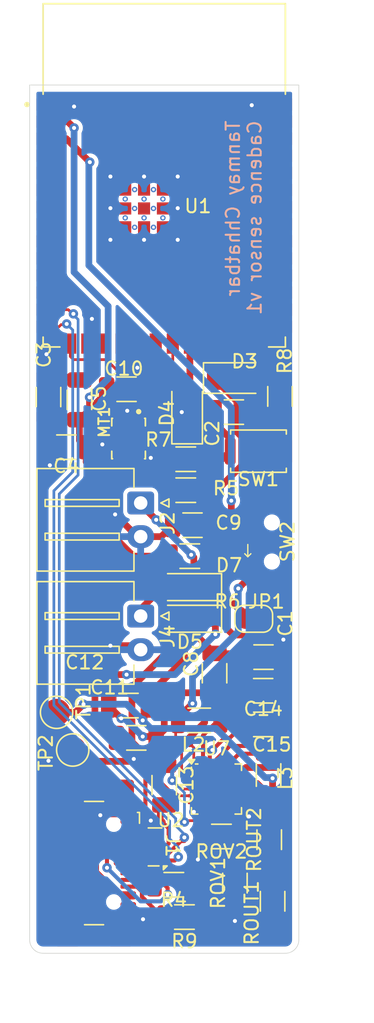
<source format=kicad_pcb>
(kicad_pcb (version 20240108) (generator "pcbnew") (generator_version "8.0")
  (layers (0 "F.Cu" signal) (31 "B.Cu" power) (34 "B.Paste" user) (35 "F.Paste" user) (36 "B.SilkS" user "B.Silkscreen") (37 "F.SilkS" user "F.Silkscreen") (38 "B.Mask" user) (39 "F.Mask" user) (44 "Edge.Cuts" user))
  (net 0 "")
  (net 1 "GND")
  (net 2 "+BATT")
  (net 3 "Net-(C2-Pad1)")
  (net 4 "Net-(C11-Pad2)")
  (net 5 "Net-(SW2-A)")
  (net 6 "Net-(D5-K)")
  (net 7 "+3V3")
  (net 8 "Net-(U7-VREF_SAMP)")
  (net 9 "Net-(U7-VOC_SAMP)")
  (net 10 "Net-(D3-K)")
  (net 11 "/LED_G")
  (net 12 "/LED_R")
  (net 13 "Net-(D4-K)")
  (net 14 "+5VUSB")
  (net 15 "Net-(D7-K)")
  (net 16 "+SOL")
  (net 17 "/USB_D+")
  (net 18 "Net-(J1-CC2)")
  (net 22 "Net-(J1-CC1)")
  (net 25 "/USB_D-")
  (net 27 "Net-(U7-LBOOST)")
  (net 28 "Net-(U7-LBUCK)")
  (net 29 "/SPI_CS")
  (net 31 "/ACC_INT")
  (net 32 "/SPI_SDI_D_MOSI")
  (net 33 "/SPI_SD0_Q_MISO")
  (net 34 "/SPI_SPC")
  (net 35 "/BOOT")
  (net 36 "Net-(U7-VOUT_SET)")
  (net 37 "Net-(U7-VRDIV)")
  (net 38 "Net-(U7-VBAT_OV)")
  (net 55 "Net-(U2-D2-)")
  (net 56 "Net-(U1-EN)")
  (footprint "Diode_SMD:D_1206_3216Metric" (layer "F.Cu") (at 51.7 69.37 90)
    (property "Reference" "D4")
    (property "Value" "LED_R")
  )
  (footprint "Diode_SMD:D_1206_3216Metric" (layer "F.Cu") (at 55.2 66.77)
    (property "Reference" "D3")
    (property "Value" "LED_G")
  )
  (footprint "Resistor_SMD:R_1206_3216Metric" (layer "F.Cu") (at 58.05 105.6375 90)
    (property "Reference" "ROUT1")
    (property "Value" "4M7")
  )
  (footprint "Inductor_SMD:L_1206_3216Metric" (layer "F.Cu") (at 57.75 96.26 -90)
    (property "Reference" "L3")
    (property "Value" "4.7uH")
  )
  (footprint "Button_Switch_SMD:SW_Push_SPST_NO_Alps_SKRK" (layer "F.Cu") (at 57 72.2)
    (property "Reference" "SW1")
    (property "Value" "SW_Push")
  )
  (footprint "Capacitor_SMD:C_1206_3216Metric" (layer "F.Cu") (at 43.7 68.39 90)
    (property "Reference" "C5")
    (property "Value" "0.01uF")
  )
  (footprint "Capacitor_SMD:C_1206_3216Metric" (layer "F.Cu") (at 47.2 67.6)
    (property "Reference" "C10")
    (property "Value" "22uF")
  )
  (footprint "Capacitor_SMD:C_1206_3216Metric" (layer "F.Cu") (at 57.375 87.5)
    (property "Reference" "C1")
    (property "Value" "1uF")
  )
  (footprint "Resistor_SMD:R_1206_3216Metric" (layer "F.Cu") (at 54.25 100.825 180)
    (property "Reference" "ROV2")
    (property "Value" "8M2")
  )
  (footprint "Resistor_SMD:R_1206_3216Metric" (layer "F.Cu") (at 51.9 80 180)
    (property "Reference" "R6")
    (property "Value" "10K")
  )
  (footprint "switch:switch-MSK-12C02-smd" (layer "F.Cu") (at 59.35 78.95 180)
    (property "Reference" "SW2")
    (property "Value" "SW_PWR")
  )
  (footprint "Diode_SMD:D_SOD-123" (layer "F.Cu") (at 51.9 82.3 180)
    (property "Reference" "D7")
    (property "Value" "D_Schottky")
  )
  (footprint "ICM_42670_P:XDCR_ICM-42670-P" (layer "F.Cu") (at 47.35 71.2625 -90)
    (property "Reference" "MT1")
    (property "Value" "ICM-42670-P")
  )
  (footprint "Resistor_SMD:R_1206_3216Metric" (layer "F.Cu") (at 55.25 104.2875 -90)
    (property "Reference" "ROV1")
    (property "Value" "5M1")
  )
  (footprint "Capacitor_SMD:C_1206_3216Metric" (layer "F.Cu") (at 47.35 91.1)
    (property "Reference" "C12")
    (property "Value" "22uF")
  )
  (footprint "Capacitor_SMD:C_1206_3216Metric" (layer "F.Cu") (at 41.4 68.18 90)
    (property "Reference" "C3")
    (property "Value" "2.2uF")
  )
  (footprint "Resistor_SMD:R_1206_3216Metric" (layer "F.Cu") (at 51.6 75.1)
    (property "Reference" "R5")
    (property "Value" "15R")
  )
  (footprint "Resistor_SMD:R_1206_3216Metric" (layer "F.Cu") (at 51.6 72.8 180)
    (property "Reference" "R7")
    (property "Value" "68R")
  )
  (footprint "Capacitor_SMD:C_1206_3216Metric" (layer "F.Cu") (at 53.7375 88.7 90)
    (property "Reference" "C8")
    (property "Value" "100uF")
  )
  (footprint "Capacitor_SMD:C_1206_3216Metric" (layer "F.Cu") (at 42.725 71.905 180)
    (property "Reference" "C4")
    (property "Value" "0.1uF")
  )
  (footprint "Capacitor_SMD:C_1206_3216Metric" (layer "F.Cu") (at 57.35 92.5 180)
    (property "Reference" "C15")
    (property "Value" "0.1uF")
  )
  (footprint "TestPoint:TestPoint_Pad_D2.0mm" (layer "F.Cu") (at 43.2 94.4 -90)
    (property "Reference" "TP2")
    (property "Value" "GND")
  )
  (footprint "Resistor_SMD:R_1206_3216Metric" (layer "F.Cu") (at 58.6 68.1325 90)
    (property "Reference" "R8")
    (property "Value" "1K")
  )
  (footprint "Resistor_SMD:R_1206_3216Metric" (layer "F.Cu") (at 51.5 106.81)
    (property "Reference" "R9")
    (property "Value" "5K1")
  )
  (footprint "Capacitor_SMD:C_1206_3216Metric" (layer "F.Cu") (at 52.1 77.7 180)
    (property "Reference" "C9")
    (property "Value" "1uF")
  )
  (footprint "Inductor_SMD:L_1206_3216Metric" (layer "F.Cu") (at 52.6 92.2)
    (property "Reference" "L2")
    (property "Value" "22uH")
  )
  (footprint "Diode_SMD:D_SOD-123" (layer "F.Cu") (at 51.9 84.65 180)
    (property "Reference" "D5")
    (property "Value" "D_Schottky")
  )
  (footprint "Connector_JST:JST_XH_S2B-XH-A-1_1x02_P2.50mm_Horizontal" (layer "F.Cu") (at 48.25 76.05 -90)
    (property "Reference" "J2")
    (property "Value" "JST_BATT")
  )
  (footprint "Resistor_SMD:R_1206_3216Metric" (layer "F.Cu") (at 57.8 101.0625 -90)
    (property "Reference" "ROUT2")
    (property "Value" "8M2")
  )
  (footprint "Jumper:SolderJumper-2_P1.3mm_Open_RoundedPad1.0x1.5mm" (layer "F.Cu") (at 56.65 84.65)
    (property "Reference" "JP1")
    (property "Value" "SOL")
  )
  (footprint "Connector_USB:USB_C_Receptacle_GCT_USB4110" (layer "F.Cu") (at 43.645 102.8 -90)
    (property "Reference" "J1")
    (property "Value" "USB_C_Receptacle_USB2.0_16P")
  )
  (footprint "Connector_JST:JST_XH_S2B-XH-A-1_1x02_P2.50mm_Horizontal" (layer "F.Cu") (at 48.25 84.45 -90)
    (property "Reference" "J4")
    (property "Value" "JST_SOL")
  )
  (footprint "ESP32_S3_WROOM_1_N4:XCVR_ESP32-S3-WROOM-1-N4" (layer "F.Cu") (at 50 51.71)
    (property "Reference" "U1")
    (property "Value" "ESP32-S3-WROOM-1-N4")
  )
  (footprint "Capacitor_SMD:C_1206_3216Metric" (layer "F.Cu") (at 47.925 93.5)
    (property "Reference" "C11")
    (property "Value" "4.7uF")
  )
  (footprint "Capacitor_SMD:C_1206_3216Metric" (layer "F.Cu") (at 55.175 69.3 180)
    (property "Reference" "C2")
    (property "Value" "0.1uF")
  )
  (footprint "Capacitor_SMD:C_1206_3216Metric" (layer "F.Cu") (at 57.35 90 180)
    (property "Reference" "C14")
    (property "Value" "4.7uF")
  )
  (footprint "Capacitor_SMD:C_1206_3216Metric" (layer "F.Cu") (at 50 97.01 90)
    (property "Reference" "C13")
    (property "Value" ".01uF")
  )
  (footprint "TestPoint:TestPoint_Pad_D2.0mm" (layer "F.Cu") (at 42 91.6 -90)
    (property "Reference" "TP1")
    (property "Value" "3V3")
  )
  (footprint "Package_DFN_QFN:QFN-20-1EP_3.5x3.5mm_P0.5mm_EP2x2mm" (layer "F.Cu") (at 53.88125 97.3)
    (property "Reference" "U7")
    (property "Value" "BQ25570")
  )
  (footprint "Package_SON:USON-10_2.5x1.0mm_P0.5mm" (layer "F.Cu") (at 49.315 101.6 180)
    (property "Reference" "U2")
    (property "Value" "TPD4E05U06DQA")
  )
  (footprint "Resistor_SMD:R_1206_3216Metric" (layer "F.Cu") (at 50.7125 104.41)
    (property "Reference" "R4")
    (property "Value" "5K1")
  )
  (gr_line (start 41 109.5) (end 59 109.5) (stroke (width 0.05)) (layer "Edge.Cuts"))
  (gr_arc (start 60 108.5) (mid 59.707107 109.207107) (end 59 109.5) (stroke (width 0.05)) (layer "Edge.Cuts"))
  (gr_arc (start 41 109.5) (mid 40.292893 109.207107) (end 40 108.5) (stroke (width 0.05)) (layer "Edge.Cuts"))
  (gr_line (start 60 45) (end 40 45) (stroke (width 0.05)) (layer "Edge.Cuts"))
  (gr_line (start 60 108.5) (end 60 45) (stroke (width 0.05)) (layer "Edge.Cuts"))
  (gr_line (start 40 45) (end 40 108.5) (stroke (width 0.05)) (layer "Edge.Cuts"))
  (gr_text "Tanmay Chhatbar\nCadence sensor v1" (at 57.3 47.55 90) (layer "B.SilkS") (effects (font (size 1 1)) (justify left bottom mirror)))
  (gr_text "↓" (at 55.4 80.2 0) (layer "F.SilkS") (effects (font (size 1.2 1.2) (thickness 0.1)) (justify left bottom)))
  (gr_text "SW2" (at 59.16 78.92 90) (layer "F.SilkS") (effects (font (size 1 1))))
  (segment (start 47.769669 95.030331) (end 47.556727 95.243273) (width 0.5) (layer "F.Cu") (net 1))
  (segment (start 43.3 46.6) (end 43.15 46.45) (width 0.5) (layer "F.Cu") (net 1))
  (segment (start 43.7 66.915) (end 43.49 66.705) (width 0.5) (layer "F.Cu") (net 1))
  (segment (start 56.55 46.45) (end 56.5 46.5) (width 0.5) (layer "F.Cu") (net 1))
  (segment (start 50.6 75.1) (end 52.6 73.1) (width 0.5) (layer "F.Cu") (net 1))
  (segment (start 58.85 87.965) (end 58.85 86.2) (width 0.5) (layer "F.Cu") (net 1))
  (segment (start 53.0625 72.8) (end 54.3 72.8) (width 0.5) (layer "F.Cu") (net 1))
  (segment (start 48.675 67.6) (end 48.675 66.675) (width 0.5) (layer "F.Cu") (net 1))
  (segment (start 49.9 52.77) (end 49.9 52.75) (width 0.5) (layer "F.Cu") (net 1))
  (segment (start 44.285 62.715) (end 44.285 64.21) (width 0.5) (layer "F.Cu") (net 1))
  (segment (start 50.325 101.35312) (end 50.325 100.22) (width 0.3) (layer "F.Cu") (net 1))
  (segment (start 47.1 70.1) (end 47.1 69.35) (width 0.2) (layer "F.Cu") (net 1))
  (segment (start 55.25 106.6) (end 54.75 107.1) (width 0.5) (layer "F.Cu") (net 1))
  (segment (start 43.49 66.705) (end 41.4 66.705) (width 0.5) (layer "F.Cu") (net 1))
  (segment (start 53.3625 107.1) (end 52.9625 106.7) (width 0.5) (layer "F.Cu") (net 1))
  (segment (start 56.06625 99.335) (end 56.3 99.335) (width 0.5) (layer "F.Cu") (net 1))
  (segment (start 47.1 69.35) (end 47.25 69.2) (width 0.2) (layer "F.Cu") (net 1))
  (segment (start 47.1 70.1) (end 47.6 70.1) (width 0.2) (layer "F.Cu") (net 1))
  (segment (start 52.175 102.86) (end 52.5 102.535) (width 0.3) (layer "F.Cu") (net 1))
  (segment (start 47.46005 106.01) (end 47.325 106.01) (width 0.5) (layer "F.Cu") (net 1))
  (segment (start 55.25 106.6) (end 55.75 107.1) (width 0.5) (layer "F.Cu") (net 1))
  (segment (start 44.625 62.375) (end 44.285 62.715) (width 0.5) (layer "F.Cu") (net 1))
  (segment (start 47.95 86.65) (end 48.25 86.95) (width 0.5) (layer "F.Cu") (net 1))
  (segment (start 55.25 107.1) (end 58.05 107.1) (width 0.5) (layer "F.Cu") (net 1))
  (segment (start 47.1 54.17) (end 46.08 54.17) (width 0.5) (layer "F.Cu") (net 1))
  (segment (start 48.5 55.57) (end 48.5 56.5) (width 0.5) (layer "F.Cu") (net 1))
  (segment (start 49.9 54.17) (end 50.98 54.17) (width 0.5) (layer "F.Cu") (net 1))
  (segment (start 50.625 77.7) (end 49.775 78.55) (width 0.5) (layer "F.Cu") (net 1))
  (segment (start 55.56875 98.3) (end 55.56875 98.8375) (width 0.3) (layer "F.Cu") (net 1))
  (segment (start 45.4 71.7) (end 45.8375 71.2625) (width 0.2) (layer "F.Cu") (net 1))
  (segment (start 49.65 99.645) (end 49.7 99.595) (width 0.5) (layer "F.Cu") (net 1))
  (segment (start 48.675 66.675) (end 48 66) (width 0.5) (layer "F.Cu") (net 1))
  (segment (start 49 99.645) (end 49.65 99.645) (width 0.5) (layer "F.Cu") (net 1))
  (segment (start 52.175 104.3) (end 52.175 105.9125) (width 0.5) (layer "F.Cu") (net 1))
  (segment (start 50.07812 101.6) (end 50.325 101.35312) (width 0.3) (layer "F.Cu") (net 1))
  (segment (start 46.93 55.57) (end 47.1 55.57) (width 0.5) (layer "F.Cu") (net 1))
  (segment (start 49.7 98.485) (end 49.7 99.595) (width 0.5) (layer "F.Cu") (net 1))
  (segment (start 48.1 72.3) (end 47.6 72.3) (width 0.2) (layer "F.Cu") (net 1))
  (segment (start 40.975 72.725) (end 40.975 71.61) (width 0.5) (layer "F.Cu") (net 1))
  (segment (start 50.325 100.22) (end 49.8525 99.7475) (width 0.3) (layer "F.Cu") (net 1))
  (segment (start 50.98 54.17) (end 51 54.15) (width 0.5) (layer "F.Cu") (net 1))
  (segment (start 41.5 73.25) (end 40.975 72.725) (width 0.5) (layer "F.Cu") (net 1))
  (segment (start 58.05 107.1) (end 55.75 107.1) (width 0.5) (layer "F.Cu") (net 1))
  (segment (start 49.8525 99.7475) (end 49.75 99.645) (width 0.3) (layer "F.Cu") (net 1))
  (segment (start 48.93 101.6) (end 49.7 101.6) (width 0.3) (layer "F.Cu") (net 1))
  (segment (start 47.769669 95.030331) (end 47.734314 95.065686) (width 0.5) (layer "F.Cu") (net 1))
  (segment (start 55.71875 98.9875) (end 55.73125 99) (width 0.3) (layer "F.Cu") (net 1))
  (segment (start 48.225 72.425) (end 48.1 72.3) (width 0.2) (layer "F.Cu") (net 1))
  (segment (start 49 72.7) (end 48.725 72.425) (width 0.2) (layer "F.Cu") (net 1))
  (segment (start 55.25 107.1) (end 54.75 107.1) (width 0.5) (layer "F.Cu") (net 1))
  (segment (start 46 86.65) (end 47.95 86.65) (width 0.5) (layer "F.Cu") (net 1))
  (segment (start 52.93483 69.3) (end 51.3 69.3) (width 0.5) (layer "F.Cu") (net 1))
  (segment (start 54.88125 98.9875) (end 55.71875 98.9875) (width 0.3) (layer "F.Cu") (net 1))
  (segment (start 41.4 66.705) (end 41.25 66.555) (width 0.5) (layer "F.Cu") (net 1))
  (segment (start 52.19375 98.99375) (end 52.2 99) (width 0.2) (layer "F.Cu") (net 1))
  (segment (start 47.7 78.25) (end 46.35 76.9) (width 0.5) (layer "F.Cu") (net 1))
  (segment (start 54.3 72.8) (end 54.9 72.2) (width 0.5) (layer "F.Cu") (net 1))
  (segment (start 49.775 78.55) (end 48.25 78.55) (width 0.5) (layer "F.Cu") (net 1))
  (segment (start 46.1 56.55) (end 46.1 56.4) (width 0.5) (layer "F.Cu") (net 1))
  (segment (start 52.175 105.9125) (end 52.9625 106.7) (width 0.5) (layer "F.Cu") (net 1))
  (segment (start 55.25 107.1) (end 55.5 107.1) (width 0.5) (layer "F.Cu") (net 1))
  (segment (start 54.9 71.26517) (end 52.93483 69.3) (width 0.5) (layer "F.Cu") (net 1))
  (segment (start 47.1 52.77) (end 46.23 51.9) (width 0.5) (layer "F.Cu") (net 1))
  (segment (start 54.75 107.1) (end 53.3625 107.1) (width 0.5) (layer "F.Cu") (net 1))
  (segment (start 43.15 46.45) (end 41.05 46.45) (width 0.5) (layer "F.Cu") (net 1))
  (segment (start 47.556727 95.243273) (end 44.043273 95.243273) (width 0.5) (layer "F.Cu") (net 1))
  (segment (start 48.25 78.25) (end 47.7 78.25) (width 0.5) (layer "F.Cu") (net 1))
  (segment (start 55.56875 98.8375) (end 56.06625 99.335) (width 0.5) (layer "F.Cu") (net 1))
  (segment (start 50.02 55.57) (end 49.9 55.57) (width 0.5) (layer "F.Cu") (net 1))
  (segment (start 42.2 94.4) (end 41.4 95.2) (width 0.5) (layer "F.Cu") (net 1))
  (segment (start 46.1 56.4) (end 46.93 55.57) (width 0.5) (layer "F.Cu") (net 1))
  (segment (start 55.56875 98.8375) (end 55.73125 99) (width 0.3) (layer "F.Cu") (net 1))
  (segment (start 47.325 99.695) (end 46.875 99.245) (width 0.3) (layer "F.Cu") (net 1))
  (segment (start 48.5 52.77) (end 48.5 51.85) (width 0.5) (layer "F.Cu") (net 1))
  (segment (start 54.9 72.37) (end 54.9 71.26517) (width 0.5) (layer "F.Cu") (net 1))
  (segment (start 45.8375 71.2625) (end 46.4375 71.2625) (width 0.2) (layer "F.Cu") (net 1))
  (segment (start 55.25 105.75) (end 55.25 106.6) (width 0.5) (layer "F.Cu") (net 1))
  (segment (start 50.1375 75.1) (end 50.6 75.1) (width 0.5) (layer "F.Cu") (net 1))
  (segment (start 46.875 99.245) (end 45.25 99.245) (width 0.3) (layer "F.Cu") (net 1))
  (segment (start 51.05 56.6) (end 50.02 55.57) (width 0.5) (layer "F.Cu") (net 1))
  (segment (start 49.7 101.6) (end 50.07812 101.6) (width 0.3) (layer "F.Cu") (net 1))
  (segment (start 43.2 94.4) (end 42.2 94.4) (width 0.5) (layer "F.Cu") (net 1))
  (segment (start 49.7 99.595) (end 49.8525 99.7475) (width 0.5) (layer "F.Cu") (net 1))
  (segment (start 55.5 107.1) (end 54.75 107.1) (width 0.5) (layer "F.Cu") (net 1))
  (segment (start 46.08 54.17) (end 46.05 54.2) (width 0.5) (layer "F.Cu") (net 1))
  (segment (start 52.19375 98.3) (end 52.19375 98.99375) (width 0.2) (layer "F.Cu") (net 1))
  (segment (start 49.9 52.75) (end 50.95 51.7) (width 0.5) (layer "F.Cu") (net 1))
  (segment (start 55.75 107.1) (end 55.5 107.1) (width 0.5) (layer "F.Cu") (net 1))
  (segment (start 41.25 66.555) (end 41.25 65) (width 0.5) (layer "F.Cu") (net 1))
  (segment (start 46.4375 71.2625) (end 46.4375 71.7625) (width 0.2) (layer "F.Cu") (net 1))
  (segment (start 44.043273 95.243273) (end 43.2 94.4) (width 0.5) (layer "F.Cu") (net 1))
  (segment (start 48.725 72.425) (end 48.225 72.425) (width 0.2) (layer "F.Cu") (net 1))
  (segment (start 52.175 104.3) (end 52.175 102.86) (width 0.3) (layer "F.Cu") (net 1))
  (segment (start 46.23 51.9) (end 46 51.9) (width 0.5) (layer "F.Cu") (net 1))
  (segment (start 48.422525 106.972475) (end 47.46005 106.01) (width 0.5) (layer "F.Cu") (net 1))
  (segment (start 58.55 46.45) (end 56.55 46.45) (width 0.5) (layer "F.Cu") (net 1))
  (via (at 46.35 76.9) (size 0.7) (drill 0.3) (layers "F.Cu" "B.Cu") (net 1))
  (via (at 47.734314 95.065686) (size 0.7) (drill 0.3) (layers "F.Cu" "B.Cu") (net 1))
  (via (at 46 54.15) (size 0.7) (drill 0.3) (layers "F.Cu" "B.Cu") (net 1))
  (via (at 56.3 99.335) (size 0.7) (drill 0.3) (layers "F.Cu" "B.Cu") (net 1))
  (via (at 41.5 73.25) (size 0.7) (drill 0.3) (layers "F.Cu" "B.Cu") (net 1))
  (via (at 48.422525 106.972475) (size 0.7) (drill 0.3) (layers "F.Cu" "B.Cu") (net 1))
  (via (at 52.2 99) (size 0.7) (drill 0.3) (layers "F.Cu" "B.Cu") (net 1))
  (via (at 51 56.5) (size 0.7) (drill 0.3) (layers "F.Cu" "B.Cu") (net 1))
  (via (at 46 56.5) (size 0.7) (drill 0.3) (layers "F.Cu" "B.Cu") (net 1))
  (via (at 45.25 99.245) (size 0.7) (drill 0.3) (layers "F.Cu" "B.Cu") (net 1))
  (via (at 55.25 107.1) (size 0.7) (drill 0.3) (layers "F.Cu" "B.Cu") (net 1))
  (via (at 41.25 65) (size 0.7) (drill 0.3) (layers "F.Cu" "B.Cu") (net 1))
  (via (at 43.3 46.6) (size 0.7) (drill 0.3) (layers "F.Cu" "B.Cu") (net 1))
  (via (at 52.5 102.535) (size 0.7) (drill 0.3) (layers "F.Cu" "B.Cu") (net 1))
  (via (at 41.4 95.2) (size 0.7) (drill 0.3) (layers "F.Cu" "B.Cu") (net 1))
  (via (at 48.5 51.8) (size 0.7) (drill 0.3) (layers "F.Cu" "B.Cu") (net 1))
  (via (at 51.3 69.3) (size 0.7) (drill 0.3) (layers "F.Cu" "B.Cu") (net 1))
  (via (at 49 72.7) (size 0.7) (drill 0.3) (layers "F.Cu" "B.Cu") (net 1))
  (via (at 49 99.645) (size 0.7) (drill 0.3) (layers "F.Cu" "B.Cu") (net 1))
  (via (at 58.85 86.2) (size 0.7) (drill 0.3) (layers "F.Cu" "B.Cu") (net 1))
  (via (at 46 51.8) (size 0.7) (drill 0.3) (layers "F.Cu" "B.Cu") (net 1))
  (via (at 48.5 56.5) (size 0.7) (drill 0.3) (layers "F.Cu" "B.Cu") (net 1))
  (via (at 51 54.15) (size 0.7) (drill 0.3) (layers "F.Cu" "B.Cu") (net 1))
  (via (at 47.25 69.2) (size 0.7) (drill 0.3) (layers "F.Cu" "B.Cu") (net 1))
  (via (at 44.625 62.375) (size 0.7) (drill 0.3) (layers "F.Cu" "B.Cu") (net 1))
  (via (at 45.4 71.7) (size 0.7) (drill 0.3) (layers "F.Cu" "B.Cu") (net 1))
  (via (at 46 86.65) (size 0.7) (drill 0.3) (layers "F.Cu" "B.Cu") (net 1))
  (via (at 51 51.8) (size 0.7) (drill 0.3) (layers "F.Cu" "B.Cu") (net 1))
  (via (at 48 66) (size 0.7) (drill 0.3) (layers "F.Cu" "B.Cu") (net 1))
  (via (at 56.5 46.5) (size 0.7) (drill 0.3) (layers "F.Cu" "B.Cu") (net 1))
  (segment (start 53.7625 87.25) (end 55.215 87.25) (width 0.5) (layer "F.Cu") (net 2))
  (segment (start 55.215 87.25) (end 55.775 87.81) (width 0.5) (layer "F.Cu") (net 2))
  (segment (start 56.45 94.1) (end 54.871154 94.1) (width 0.3) (layer "F.Cu") (net 2))
  (segment (start 48.25 76.15) (end 49.4 77.3) (width 0.5) (layer "F.Cu") (net 2))
  (segment (start 52 79.9) (end 52.2 80.1) (width 0.5) (layer "F.Cu") (net 2))
  (segment (start 57.25 88.85) (end 57.25 93.3) (width 0.3) (layer "F.Cu") (net 2))
  (segment (start 52.2 85.6875) (end 53.7375 87.225) (width 0.5) (layer "F.Cu") (net 2))
  (segment (start 53.7375 87.225) (end 53.7625 87.25) (width 0.5) (layer "F.Cu") (net 2))
  (segment (start 57.25 93.3) (end 56.45 94.1) (width 0.3) (layer "F.Cu") (net 2))
  (segment (start 54.871154 94.1) (end 53.88125 95.089904) (width 0.3) (layer "F.Cu") (net 2))
  (segment (start 53.88125 95.089904) (end 53.88125 95.6125) (width 0.3) (layer "F.Cu") (net 2))
  (segment (start 52.2 80.1) (end 52.2 85.6875) (width 0.5) (layer "F.Cu") (net 2))
  (segment (start 48.25 76.05) (end 48.25 76.15) (width 0.5) (layer "F.Cu") (net 2))
  (segment (start 55.9 87.5) (end 57.25 88.85) (width 0.3) (layer "F.Cu") (net 2))
  (via (at 49.4 77.3) (size 0.7) (drill 0.3) (layers "F.Cu" "B.Cu") (net 2))
  (via (at 52 79.9) (size 0.7) (drill 0.3) (layers "F.Cu" "B.Cu") (net 2))
  (segment (start 52 79.9) (end 49.4 77.3) (width 0.5) (layer "B.Cu") (net 2))
  (segment (start 56.4 69.67) (end 58.325 69.67) (width 0.5) (layer "F.Cu") (net 3))
  (segment (start 58.325 69.67) (end 58.4 69.595) (width 0.5) (layer "F.Cu") (net 3))
  (segment (start 58.8 69.995) (end 58.4 69.595) (width 0.5) (layer "F.Cu") (net 3))
  (segment (start 58.8 72.67) (end 58.8 69.995) (width 0.5) (layer "F.Cu") (net 3))
  (segment (start 50 91.078122) (end 50 92.9) (width 0.5) (layer "F.Cu") (net 4))
  (segment (start 55.56875 96.3) (end 55.51875 96.35) (width 0.2) (layer "F.Cu") (net 4))
  (segment (start 54.83125 96.35) (end 53.88125 97.3) (width 0.2) (layer "F.Cu") (net 4))
  (segment (start 54.38125 97.8) (end 53.88125 97.3) (width 0.3) (layer "F.Cu") (net 4))
  (segment (start 50 92.9) (end 49.4 93.5) (width 0.5) (layer "F.Cu") (net 4))
  (segment (start 51.9 93.935) (end 52.19375 94.22875) (width 0.2) (layer "F.Cu") (net 4))
  (segment (start 45.875 91.127544) (end 46.85 92.102544) (width 0.5) (layer "F.Cu") (net 4))
  (segment (start 53.88125 97.3) (end 54.38125 96.8) (width 0.2) (layer "F.Cu") (net 4))
  (segment (start 50.928122 90.15) (end 50 91.078122) (width 0.5) (layer "F.Cu") (net 4))
  (segment (start 53.7375 90.490622) (end 53 91.228122) (width 0.5) (layer "F.Cu") (net 4))
  (segment (start 59.2 95.53125) (end 59.2 92.875) (width 0.5) (layer "F.Cu") (net 4))
  (segment (start 53.7375 90.175) (end 53.7125 90.15) (width 0.5) (layer "F.Cu") (net 4))
  (segment (start 52.93125 96.35) (end 53.88125 97.3) (width 0.2) (layer "F.Cu") (net 4))
  (segment (start 53.7125 90.15) (end 50.928122 90.15) (width 0.5) (layer "F.Cu") (net 4))
  (segment (start 51.9 93.451472) (end 51.9 93.935) (width 0.5) (layer "F.Cu") (net 4))
  (segment (start 52.19375 94.22875) (end 52.19375 96.3) (width 0.2) (layer "F.Cu") (net 4))
  (segment (start 55.51875 96.35) (end 54.83125 96.35) (width 0.2) (layer "F.Cu") (net 4))
  (segment (start 56.06875 95.7) (end 59.03125 95.7) (width 0.5) (layer "F.Cu") (net 4))
  (segment (start 53 91.228122) (end 53 92.351472) (width 0.5) (layer "F.Cu") (net 4))
  (segment (start 46.852544 92.102544) (end 46.8 92.05) (width 0.5) (layer "F.Cu") (net 4))
  (segment (start 48.4 93.4) (end 49.3 93.4) (width 0.5) (layer "F.Cu") (net 4))
  (segment (start 55.56875 96.2) (end 56.06875 95.7) (width 0.5) (layer "F.Cu") (net 4))
  (segment (start 59.03125 95.7) (end 59.2 95.53125) (width 0.5) (layer "F.Cu") (net 4))
  (segment (start 59.2 92.875) (end 58.825 92.5) (width 0.5) (layer "F.Cu") (net 4))
  (segment (start 58.825 90) (end 58.825 92.5) (width 0.5) (layer "F.Cu") (net 4))
  (segment (start 46.85 92.102544) (end 46.852544 92.102544) (width 0.5) (layer "F.Cu") (net 4))
  (segment (start 52.24375 96.35) (end 52.93125 96.35) (width 0.2) (layer "F.Cu") (net 4))
  (segment (start 45.875 91.1) (end 45.875 91.127544) (width 0.5) (layer "F.Cu") (net 4))
  (segment (start 54.38125 96.8) (end 54.38125 95.6125) (width 0.2) (layer "F.Cu") (net 4))
  (segment (start 53.7375 90.175) (end 53.7375 90.490622) (width 0.5) (layer "F.Cu") (net 4))
  (segment (start 53 92.351472) (end 51.9 93.451472) (width 0.5) (layer "F.Cu") (net 4))
  (segment (start 49.3 93.4) (end 49.4 93.5) (width 0.5) (layer "F.Cu") (net 4))
  (segment (start 52.19375 96.3) (end 52.24375 96.35) (width 0.2) (layer "F.Cu") (net 4))
  (segment (start 54.38125 98.9875) (end 54.38125 97.8) (width 0.3) (layer "F.Cu") (net 4))
  (via (at 48.4 93.4) (size 0.7) (drill 0.3) (layers "F.Cu" "B.Cu") (net 4))
  (via (at 46.8 92.05) (size 0.7) (drill 0.3) (layers "F.Cu" "B.Cu") (net 4))
  (segment (start 46.8 92.05) (end 47.05 92.05) (width 0.5) (layer "B.Cu") (net 4))
  (segment (start 46.85 92.102544) (end 46.8 92.052544) (width 0.5) (layer "B.Cu") (net 4))
  (segment (start 46.8 92.052544) (end 46.8 92.05) (width 0.5) (layer "B.Cu") (net 4))
  (segment (start 47.05 92.05) (end 48.4 93.4) (width 0.5) (layer "B.Cu") (net 4))
  (segment (start 51.294239 96.41) (end 51.294239 94.201739) (width 0.2) (layer "F.Cu") (net 5))
  (segment (start 56.15 81.75) (end 56.15 81.15) (width 0.5) (layer "F.Cu") (net 5))
  (segment (start 52.19375 96.8) (end 51.684239 96.8) (width 0.2) (layer "F.Cu") (net 5))
  (segment (start 50.85 93.7575) (end 50.85 92.2) (width 0.2) (layer "F.Cu") (net 5))
  (segment (start 52.1 90.95) (end 50.85 92.2) (width 0.5) (layer "F.Cu") (net 5))
  (segment (start 51.684239 96.8) (end 51.294239 96.41) (width 0.2) (layer "F.Cu") (net 5))
  (segment (start 55.5 82.4) (end 56.15 81.75) (width 0.5) (layer "F.Cu") (net 5))
  (segment (start 51.294239 94.201739) (end 50.85 93.7575) (width 0.2) (layer "F.Cu") (net 5))
  (via (at 52.1 90.95) (size 0.7) (drill 0.3) (layers "F.Cu" "B.Cu") (net 5))
  (via (at 55.5 82.4) (size 0.7) (drill 0.3) (layers "F.Cu" "B.Cu") (net 5))
  (segment (start 52.1 89) (end 55.5 85.6) (width 0.5) (layer "B.Cu") (net 5))
  (segment (start 52.1 90.95) (end 52.1 89) (width 0.5) (layer "B.Cu") (net 5))
  (segment (start 55.5 85.6) (end 55.5 82.4) (width 0.5) (layer "B.Cu") (net 5))
  (segment (start 44.85 90.153122) (end 46.203122 88.8) (width 0.5) (layer "F.Cu") (net 6))
  (segment (start 53.8 84.9) (end 53.55 84.65) (width 0.5) (layer "F.Cu") (net 6))
  (segment (start 57.607 81.55) (end 57.607 84.343) (width 0.5) (layer "F.Cu") (net 6))
  (segment (start 57.3 85.65) (end 57.3 84.65) (width 0.5) (layer "F.Cu") (net 6))
  (segment (start 55.12 85.855) (end 57.095 85.855) (width 0.5) (layer "F.Cu") (net 6))
  (segment (start 44.85 92.046878) (end 44.85 90.153122) (width 0.5) (layer "F.Cu") (net 6))
  (segment (start 53.55 84.285) (end 55.12 85.855) (width 0.5) (layer "F.Cu") (net 6))
  (segment (start 57.1 79.2) (end 57.1 81.043) (width 0.5) (layer "F.Cu") (net 6))
  (segment (start 46.203122 88.8) (end 47.2 88.8) (width 0.5) (layer "F.Cu") (net 6))
  (segment (start 53.8 85.8) (end 53.8 84.9) (width 0.5) (layer "F.Cu") (net 6))
  (segment (start 46.303122 93.5) (end 44.85 92.046878) (width 0.5) (layer "F.Cu") (net 6))
  (segment (start 57.607 84.343) (end 57.3 84.65) (width 0.5) (layer "F.Cu") (net 6))
  (segment (start 57.095 85.855) (end 57.3 85.65) (width 0.5) (layer "F.Cu") (net 6))
  (segment (start 57.1 81.043) (end 57.607 81.55) (width 0.5) (layer "F.Cu") (net 6))
  (segment (start 46.45 93.5) (end 46.303122 93.5) (width 0.5) (layer "F.Cu") (net 6))
  (segment (start 56.15 78.25) (end 57.1 79.2) (width 0.5) (layer "F.Cu") (net 6))
  (via (at 47.2 88.8) (size 0.7) (drill 0.3) (layers "F.Cu" "B.Cu") (net 6))
  (via (at 53.8 85.8) (size 0.7) (drill 0.3) (layers "F.Cu" "B.Cu") (net 6))
  (segment (start 47.2 88.8) (end 50.8 88.8) (width 0.5) (layer "B.Cu") (net 6))
  (segment (start 50.8 88.8) (end 53.8 85.8) (width 0.5) (layer "B.Cu") (net 6))
  (segment (start 43.7 69.865) (end 43.49 69.655) (width 0.5) (layer "F.Cu") (net 7))
  (segment (start 46.59 72.415) (end 46.6 72.425) (width 0.3) (layer "F.Cu") (net 7))
  (segment (start 42 91.6) (end 43.4 91.6) (width 0.5) (layer "F.Cu") (net 7))
  (segment (start 44.45 69.115) (end 44.4325 69.1325) (width 0.5) (layer "F.Cu") (net 7))
  (segment (start 57.98125 97.825) (end 56.95625 96.8) (width 0.3) (layer "F.Cu") (net 7))
  (segment (start 44.45 68.2) (end 44.45 69.115) (width 0.5) (layer "F.Cu") (net 7))
  (segment (start 47.711522 80) (end 45.1 77.388478) (width 0.5) (layer "F.Cu") (net 7))
  (segment (start 48.65 90.5) (end 51.5 87.65) (width 0.5) (layer "F.Cu") (net 7))
  (segment (start 43.7 71.405) (end 44.2 71.905) (width 0.5) (layer "F.Cu") (net 7))
  (segment (start 58.05 97.75625) (end 58.05 96.5) (width 0.5) (layer "F.Cu") (net 7))
  (segment (start 50.4375 80) (end 47.711522 80) (width 0.5) (layer "F.Cu") (net 7))
  (segment (start 51.5 87.65) (end 51.5 81.0625) (width 0.5) (layer "F.Cu") (net 7))
  (segment (start 45.1 73.9) (end 44.2 73) (width 0.5) (layer "F.Cu") (net 7))
  (segment (start 48.5 90.75) (end 48.5 92.1) (width 0.5) (layer "F.Cu") (net 7))
  (segment (start 42.83 47.72) (end 41.05 47.72) (width 0.5) (layer "F.Cu") (net 7))
  (segment (start 56.95625 96.8) (end 55.56875 96.8) (width 0.3) (layer "F.Cu") (net 7))
  (segment (start 43.49 69.655) (end 41.4 69.655) (width 0.5) (layer "F.Cu") (net 7))
  (segment (start 45.1 77.388478) (end 45.1 73.9) (width 0.5) (layer "F.Cu") (net 7))
  (segment (start 48.5 92.1) (end 48.4 92.2) (width 0.5) (layer "F.Cu") (net 7))
  (segment (start 45.2175 70.7625) (end 44.2 71.78) (width 0.2) (layer "F.Cu") (net 7))
  (segment (start 44.275 72.415) (end 46.59 72.415) (width 0.3) (layer "F.Cu") (net 7))
  (segment (start 43.7 69.865) (end 43.7 71.405) (width 0.5) (layer "F.Cu") (net 7))
  (segment (start 45.725 67.6) (end 45.725 67.84) (width 0.5) (layer "F.Cu") (net 7))
  (segment (start 43.3 48.19) (end 42.83 47.72) (width 0.5) (layer "F.Cu") (net 7))
  (segment (start 46.4375 70.7625) (end 45.2175 70.7625) (width 0.2) (layer "F.Cu") (net 7))
  (segment (start 50.4375 80) (end 51.5 81.0625) (width 0.5) (layer "F.Cu") (net 7))
  (segment (start 57.98125 97.825) (end 58.05 97.75625) (width 0.5) (layer "F.Cu") (net 7))
  (segment (start 45.725 67.84) (end 44.4325 69.1325) (width 0.5) (layer "F.Cu") (net 7))
  (segment (start 44.2 73) (end 44.2 71.905) (width 0.5) (layer "F.Cu") (net 7))
  (segment (start 43.4 91.6) (end 44 91) (width 0.5) (layer "F.Cu") (net 7))
  (segment (start 44.4325 69.1325) (end 43.7 69.865) (width 0.5) (layer "F.Cu") (net 7))
  (via (at 44.45 68.2) (size 0.7) (drill 0.3) (layers "F.Cu" "B.Cu") (net 7))
  (via (at 43.3 48.19) (size 0.7) (drill 0.3) (layers "F.Cu" "B.Cu") (net 7))
  (via (at 44 91) (size 0.7) (drill 0.3) (layers "F.Cu" "B.Cu") (net 7))
  (via (at 58.05 96.5) (size 0.7) (drill 0.3) (layers "F.Cu" "B.Cu") (net 7))
  (via (at 48.4 92.2) (size 0.7) (drill 0.3) (layers "F.Cu" "B.Cu") (net 7))
  (segment (start 53.846371 92.8) (end 49 92.8) (width 0.5) (layer "B.Cu") (net 7))
  (segment (start 49 92.8) (end 48.4 92.2) (width 0.5) (layer "B.Cu") (net 7))
  (segment (start 45.831371 66.818629) (end 45.831371 61.431371) (width 0.5) (layer "B.Cu") (net 7))
  (segment (start 45.831371 61.431371) (end 43.3 58.9) (width 0.5) (layer "B.Cu") (net 7))
  (segment (start 44 91) (end 47.2 91) (width 0.5) (layer "B.Cu") (net 7))
  (segment (start 43.3 58.9) (end 43.3 48.2) (width 0.5) (layer "B.Cu") (net 7))
  (segment (start 47.2 91) (end 48.4 92.2) (width 0.5) (layer "B.Cu") (net 7))
  (segment (start 58.05 96.45) (end 57.496371 96.45) (width 0.5) (layer "B.Cu") (net 7))
  (segment (start 57.496371 96.45) (end 53.846371 92.8) (width 0.5) (layer "B.Cu") (net 7))
  (segment (start 44.45 68.2) (end 45.831371 66.818629) (width 0.5) (layer "B.Cu") (net 7))
  (segment (start 50.884744 97.61) (end 51.074744 97.8) (width 0.2) (layer "F.Cu") (net 8))
  (segment (start 49.7 96.7) (end 50.61 97.61) (width 0.2) (layer "F.Cu") (net 8))
  (segment (start 51.741864 97.8) (end 52.19375 97.8) (width 0.2) (layer "F.Cu") (net 8))
  (segment (start 50.61 97.61) (end 50.884744 97.61) (width 0.2) (layer "F.Cu") (net 8))
  (segment (start 49.7 95.535) (end 49.7 96.7) (width 0.2) (layer "F.Cu") (net 8))
  (segment (start 51.074744 97.8) (end 52.19375 97.8) (width 0.2) (layer "F.Cu") (net 8))
  (segment (start 53.581249 94.399955) (end 53.38125 94.599954) (width 0.3) (layer "F.Cu") (net 9))
  (segment (start 52.88125 99.5) (end 52.88125 98.9875) (width 0.2) (layer "F.Cu") (net 9))
  (segment (start 52.73125 99.65) (end 52.88125 99.5) (width 0.2) (layer "F.Cu") (net 9))
  (segment (start 51.228429 97.3) (end 52.19375 97.3) (width 0.2) (layer "F.Cu") (net 9))
  (segment (start 53.581249 94.399955) (end 54.481204 93.5) (width 0.3) (layer "F.Cu") (net 9))
  (segment (start 54.875 93.5) (end 55.875 92.5) (width 0.3) (layer "F.Cu") (net 9))
  (segment (start 55.875 90) (end 55.875 92.5) (width 0.5) (layer "F.Cu") (net 9))
  (segment (start 54.481204 93.5) (end 54.875 93.5) (width 0.3) (layer "F.Cu") (net 9))
  (segment (start 51.511246 99.65) (end 52.73125 99.65) (width 0.2) (layer "F.Cu") (net 9))
  (segment (start 50.588429 96.66) (end 51.228429 97.3) (width 0.2) (layer "F.Cu") (net 9))
  (segment (start 53.38125 94.599954) (end 53.38125 95.6125) (width 0.3) (layer "F.Cu") (net 9))
  (via (at 50.588429 96.66) (size 0.7) (drill 0.3) (layers "F.Cu" "B.Cu") (net 9))
  (via (at 51.501248 99.750002) (size 0.7) (drill 0.3) (layers "F.Cu" "B.Cu") (net 9))
  (via (at 53.581249 94.399955) (size 0.7) (drill 0.3) (layers "F.Cu" "B.Cu") (net 9))
  (segment (start 51.501248 97.572819) (end 51.501248 99.640002) (width 0.2) (layer "B.Cu") (net 9))
  (segment (start 52.200045 94.399955) (end 53.581249 94.399955) (width 0.3) (layer "B.Cu") (net 9))
  (segment (start 50.588429 96.66) (end 50.588429 96.011571) (width 0.3) (layer "B.Cu") (net 9))
  (segment (start 50.588429 96.011571) (end 52.200045 94.399955) (width 0.3) (layer "B.Cu") (net 9))
  (segment (start 50.588429 96.66) (end 51.501248 97.572819) (width 0.2) (layer "B.Cu") (net 9))
  (segment (start 55.75 71.12522) (end 55.75 73.27478) (width 0.5) (layer "F.Cu") (net 10))
  (segment (start 55.4 68.495) (end 55.4 70.77522) (width 0.5) (layer "F.Cu") (net 10))
  (segment (start 55.75 73.27478) (end 53.92478 75.1) (width 0.5) (layer "F.Cu") (net 10))
  (segment (start 55.4 70.77522) (end 55.75 71.12522) (width 0.5) (layer "F.Cu") (net 10))
  (segment (start 53.675 66.77) (end 55.4 68.495) (width 0.5) (layer "F.Cu") (net 10))
  (segment (start 53.92478 75.1) (end 53.0625 75.1) (width 0.5) (layer "F.Cu") (net 10))
  (segment (start 54.445 64.21) (end 54.445 65.24) (width 0.5) (layer "F.Cu") (net 11))
  (segment (start 54.445 65.24) (end 55.975 66.77) (width 0.5) (layer "F.Cu") (net 11))
  (segment (start 55.975 66.77) (end 56.6 66.77) (width 0.5) (layer "F.Cu") (net 11))
  (segment (start 51.905 67.665) (end 51.6 67.97) (width 0.5) (layer "F.Cu") (net 12))
  (segment (start 51.905 64.21) (end 51.905 67.665) (width 0.5) (layer "F.Cu") (net 12))
  (segment (start 50.1375 71.5325) (end 50.9 70.77) (width 0.5) (layer "F.Cu") (net 13))
  (segment (start 50.1375 73.1) (end 50.1375 71.5325) (width 0.5) (layer "F.Cu") (net 13))
  (segment (start 49.7 101.1) (end 48.93 101.1) (width 0.3) (layer "F.Cu") (net 14))
  (segment (start 45 103.424695) (end 46.785305 105.21) (width 0.3) (layer "F.Cu") (net 14))
  (segment (start 47.325 100.495) (end 46.70094 100.495) (width 0.3) (layer "F.Cu") (net 14))
  (segment (start 48.115 100.41) (end 48.205 100.5) (width 0.5) (layer "F.Cu") (net 14))
  (segment (start 48.6 95.8) (end 48.6 99.05505) (width 0.3) (layer "F.Cu") (net 14))
  (segment (start 48.55188 101.1) (end 48.93 101.1) (width 0.3) (layer "F.Cu") (net 14))
  (segment (start 46.785305 105.21) (end 47.325 105.21) (width 0.3) (layer "F.Cu") (net 14))
  (segment (start 48.6 99.05505) (end 48.3 99.35505) (width 0.3) (layer "F.Cu") (net 14))
  (segment (start 47.6 89.731371) (end 50.25 87.081371) (width 0.5) (layer "F.Cu") (net 14))
  (segment (start 47.325 100.41) (end 48.115 100.41) (width 0.5) (layer "F.Cu") (net 14))
  (segment (start 45 102.19594) (end 45 103.424695) (width 0.3) (layer "F.Cu") (net 14))
  (segment (start 46.70094 100.495) (end 45 102.19594) (width 0.3) (layer "F.Cu") (net 14))
  (segment (start 48.6 94.8) (end 47.6 93.8) (width 0.5) (layer "F.Cu") (net 14))
  (segment (start 48.6 95.8) (end 48.6 94.8) (width 0.5) (layer "F.Cu") (net 14))
  (segment (start 50.25 87.081371) (end 50.25 84.65) (width 0.5) (layer "F.Cu") (net 14))
  (segment (start 48.3 100.84812) (end 48.55188 101.1) (width 0.3) (layer "F.Cu") (net 14))
  (segment (start 48.3 99.35505) (end 48.3 100.84812) (width 0.3) (layer "F.Cu") (net 14))
  (segment (start 47.6 93.8) (end 47.6 89.731371) (width 0.5) (layer "F.Cu") (net 14))
  (segment (start 55.65 84.035) (end 55.75 84.035) (width 0.5) (layer "F.Cu") (net 15))
  (segment (start 53.55 81.935) (end 55.65 84.035) (width 0.5) (layer "F.Cu") (net 15))
  (segment (start 48.25 83.935) (end 50.25 81.935) (width 0.5) (layer "F.Cu") (net 16))
  (segment (start 48.25 84.45) (end 48.25 83.935) (width 0.5) (layer "F.Cu") (net 16))
  (segment (start 50.77995 102.61) (end 49.65 102.61) (width 0.3) (layer "F.Cu") (net 17))
  (segment (start 48.344773 102.6) (end 48.93 102.6) (width 0.3) (layer "F.Cu") (net 17))
  (segment (start 48.294773 102.55) (end 48.344773 102.6) (width 0.3) (layer "F.Cu") (net 17))
  (segment (start 48.93 102.63312) (end 48.01312 103.55) (width 0.3) (layer "F.Cu") (net 17))
  (segment (start 42.175001 62.96) (end 41.05 62.96) (width 0.2) (layer "F.Cu") (net 17))
  (segment (start 51.044975 102.344975) (end 50.77995 102.61) (width 0.3) (layer "F.Cu") (net 17))
  (segment (start 42.8 62.8) (end 42.335001 62.8) (width 0.2) (layer "F.Cu") (net 17))
  (segment (start 48.93 102.6) (end 48.93 102.63312) (width 0.3) (layer "F.Cu") (net 17))
  (segment (start 42.335001 62.8) (end 42.175001 62.96) (width 0.2) (layer "F.Cu") (net 17))
  (segment (start 48.01312 103.55) (end 47.325 103.55) (width 0.3) (layer "F.Cu") (net 17))
  (segment (start 47.325 102.55) (end 48.294773 102.55) (width 0.3) (layer "F.Cu") (net 17))
  (segment (start 49.7 102.6) (end 48.93 102.6) (width 0.3) (layer "F.Cu") (net 17))
  (via (at 42.75 62.75) (size 0.7) (drill 0.3) (layers "F.Cu" "B.Cu") (net 17))
  (via (at 51.044975 102.344975) (size 0.7) (drill 0.3) (layers "F.Cu" "B.Cu") (net 17))
  (segment (start 51.044975 101.644975) (end 50.40002 101.00002) (width 0.2) (layer "B.Cu") (net 17))
  (segment (start 51.044975 102.344975) (end 51.044975 101.644975) (width 0.2) (layer "B.Cu") (net 17))
  (segment (start 43.2 63.2) (end 42.8 62.8) (width 0.2) (layer "B.Cu") (net 17))
  (segment (start 41.8 75.1418) (end 43.2 73.7418) (width 0.2) (layer "B.Cu") (net 17))
  (segment (start 41.8 91.0782) (end 41.8 75.1418) (width 0.2) (layer "B.Cu") (net 17))
  (segment (start 50.40002 99.67822) (end 41.8 91.0782) (width 0.2) (layer "B.Cu") (net 17))
  (segment (start 43.2 73.7418) (end 43.2 63.2) (width 0.2) (layer "B.Cu") (net 17))
  (segment (start 50.40002 101.00002) (end 50.40002 99.67822) (width 0.2) (layer "B.Cu") (net 17))
  (segment (start 47.325 104.55) (end 47.961262 104.55) (width 0.3) (layer "F.Cu") (net 18))
  (segment (start 48.3375 105.290456) (end 49.857044 106.81) (width 0.3) (layer "F.Cu") (net 18))
  (segment (start 47.961262 104.55) (end 48.3375 104.926238) (width 0.3) (layer "F.Cu") (net 18))
  (segment (start 49.857044 106.81) (end 50.0375 106.81) (width 0.3) (layer "F.Cu") (net 18))
  (segment (start 48.3375 104.926238) (end 48.3375 105.290456) (width 0.3) (layer "F.Cu") (net 18))
  (segment (start 50.25 104.645) (end 50.015 104.41) (width 0.3) (layer "F.Cu") (net 22))
  (segment (start 50.25 105.145) (end 50.25 104.645) (width 0.3) (layer "F.Cu") (net 22))
  (segment (start 46.39 101.55) (end 47.325 101.55) (width 0.3) (layer "F.Cu") (net 22))
  (segment (start 50.015 104.41) (end 49.25 104.41) (width 0.3) (layer "F.Cu") (net 22))
  (segment (start 45.745611 102.194389) (end 46.39 101.55) (width 0.3) (layer "F.Cu") (net 22))
  (segment (start 45.745611 103.146667) (end 45.745611 102.194389) (width 0.3) (layer "F.Cu") (net 22))
  (via (at 45.745611 103.146667) (size 0.7) (drill 0.3) (layers "F.Cu" "B.Cu") (net 22))
  (via (at 50.25 105.145) (size 0.7) (drill 0.3) (layers "F.Cu" "B.Cu") (net 22))
  (segment (start 49.75 105.645) (end 48.243944 105.645) (width 0.3) (layer "B.Cu") (net 22))
  (segment (start 50.25 105.145) (end 49.75 105.645) (width 0.3) (layer "B.Cu") (net 22))
  (segment (start 48.243944 105.645) (end 45.745611 103.146667) (width 0.3) (layer "B.Cu") (net 22))
  (segment (start 49.7 102.1) (end 48.93 102.1) (width 0.3) (layer "F.Cu") (net 25))
  (segment (start 47.325 102.05) (end 46.64688 102.05) (width 0.3) (layer "F.Cu") (net 25))
  (segment (start 46.63688 103.05) (end 47.325 103.05) (width 0.3) (layer "F.Cu") (net 25))
  (segment (start 46.4 102.29688) (end 46.4 102.81312) (width 0.3) (layer "F.Cu") (net 25))
  (segment (start 42.870337 61.69) (end 41.23 61.69) (width 0.2) (layer "F.Cu") (net 25))
  (segment (start 43.280337 62.1) (end 42.870337 61.69) (width 0.2) (layer "F.Cu") (net 25))
  (segment (start 46.4 102.81312) (end 46.63688 103.05) (width 0.3) (layer "F.Cu") (net 25))
  (segment (start 49.7 102.1) (end 50.3 102.1) (width 0.3) (layer "F.Cu") (net 25))
  (segment (start 48.55188 102.1) (end 48.93 102.1) (width 0.3) (layer "F.Cu") (net 25))
  (segment (start 48.50188 102.05) (end 48.55188 102.1) (width 0.3) (layer "F.Cu") (net 25))
  (segment (start 51.49375 101.0513) (end 51.49375 100.785) (width 0.3) (layer "F.Cu") (net 25))
  (segment (start 46.64688 102.05) (end 46.4 102.29688) (width 0.3) (layer "F.Cu") (net 25))
  (segment (start 51.2387 101.1613) (end 51.49375 101.1613) (width 0.3) (layer "F.Cu") (net 25))
  (segment (start 50.3 102.1) (end 51.2387 101.1613) (width 0.3) (layer "F.Cu") (net 25))
  (segment (start 47.325 102.05) (end 48.50188 102.05) (width 0.3) (layer "F.Cu") (net 25))
  (via (at 43.25 62) (size 0.7) (drill 0.3) (layers "F.Cu" "B.Cu") (net 25))
  (via (at 51.49375 100.895) (size 0.7) (drill 0.3) (layers "F.Cu" "B.Cu") (net 25))
  (segment (start 43.6 73.9782) (end 42.2 75.3782) (width 0.2) (layer "B.Cu") (net 25))
  (segment (start 42.2 75.3782) (end 42.2 90.8418) (width 0.2) (layer "B.Cu") (net 25))
  (segment (start 50.85 100.017965) (end 51.49375 100.661715) (width 0.2) (layer "B.Cu") (net 25))
  (segment (start 43.280337 62.1) (end 43.6 62.419663) (width 0.2) (layer "B.Cu") (net 25))
  (segment (start 42.2 90.8418) (end 50.85 99.4918) (width 0.2) (layer "B.Cu") (net 25))
  (segment (start 50.85 99.4918) (end 50.85 100.017965) (width 0.2) (layer "B.Cu") (net 25))
  (segment (start 43.6 62.419663) (end 43.6 73.9782) (width 0.2) (layer "B.Cu") (net 25))
  (segment (start 54 92.2) (end 52.88125 93.31875) (width 0.3) (layer "F.Cu") (net 27))
  (segment (start 52.88125 93.31875) (end 52.88125 95.6125) (width 0.3) (layer "F.Cu") (net 27))
  (segment (start 55.55625 94.675) (end 57.98125 94.675) (width 0.3) (layer "F.Cu") (net 28))
  (segment (start 54.88125 95.6125) (end 54.88125 95.35) (width 0.3) (layer "F.Cu") (net 28))
  (segment (start 54.88125 95.35) (end 55.55625 94.675) (width 0.3) (layer "F.Cu") (net 28))
  (segment (start 48.2625 71.7625) (end 49.1375 71.7625) (width 0.2) (layer "F.Cu") (net 29))
  (segment (start 50.4 66.2) (end 50.635 65.965) (width 0.2) (layer "F.Cu") (net 29))
  (segment (start 50.635 65.965) (end 50.635 64.21) (width 0.2) (layer "F.Cu") (net 29))
  (segment (start 49.1375 71.7625) (end 49.5875 71.3125) (width 0.2) (layer "F.Cu") (net 29))
  (segment (start 49.5875 71.3125) (end 49.5875 71.304682) (width 0.2) (layer "F.Cu") (net 29))
  (segment (start 49.5875 71.304682) (end 50.4 70.492182) (width 0.2) (layer "F.Cu") (net 29))
  (segment (start 50.4 70.492182) (end 50.4 66.2) (width 0.2) (layer "F.Cu") (net 29))
  (segment (start 43.015 65.16) (end 43.015 64.21) (width 0.2) (layer "F.Cu") (net 31))
  (segment (start 46.6 66.3) (end 45.7 65.4) (width 0.2) (layer "F.Cu") (net 31))
  (segment (start 46.6 70.1) (end 46.6 66.3) (width 0.2) (layer "F.Cu") (net 31))
  (segment (start 43.255 65.4) (end 43.015 65.16) (width 0.2) (layer "F.Cu") (net 31))
  (segment (start 45.7 65.4) (end 43.255 65.4) (width 0.2) (layer "F.Cu") (net 31))
  (segment (start 48.5375 70.7625) (end 49.6 69.7) (width 0.2) (layer "F.Cu") (net 32))
  (segment (start 48.095 64.995) (end 48.095 64.21) (width 0.2) (layer "F.Cu") (net 32))
  (segment (start 48.2625 70.7625) (end 48.5375 70.7625) (width 0.2) (layer "F.Cu") (net 32))
  (segment (start 49.6 69.7) (end 49.6 66.5) (width 0.2) (layer "F.Cu") (net 32))
  (segment (start 49.6 66.5) (end 48.095 64.995) (width 0.2) (layer "F.Cu") (net 32))
  (segment (start 47.2 68.1) (end 48.1 69) (width 0.2) (layer "F.Cu") (net 33))
  (segment (start 46.825 65.525) (end 47.2 65.9) (width 0.2) (layer "F.Cu") (net 33))
  (segment (start 48.1 69) (end 48.1 70.1) (width 0.2) (layer "F.Cu") (net 33))
  (segment (start 47.2 65.9) (end 47.2 68.1) (width 0.2) (layer "F.Cu") (net 33))
  (segment (start 46.825 64.21) (end 46.825 65.525) (width 0.2) (layer "F.Cu") (net 33))
  (segment (start 48.2625 71.2625) (end 48.8375 71.2625) (width 0.2) (layer "F.Cu") (net 34))
  (segment (start 50 70.1) (end 50 65.8) (width 0.2) (layer "F.Cu") (net 34))
  (segment (start 48.8375 71.2625) (end 50 70.1) (width 0.2) (layer "F.Cu") (net 34))
  (segment (start 49.365 65.165) (end 49.365 64.21) (width 0.2) (layer "F.Cu") (net 34))
  (segment (start 50 65.8) (end 49.365 65.165) (width 0.2) (layer "F.Cu") (net 34))
  (segment (start 58.6 63.11) (end 58.6 66.47) (width 0.5) (layer "F.Cu") (net 35))
  (segment (start 58.55 62.96) (end 58.75 62.96) (width 0.5) (layer "F.Cu") (net 35))
  (segment (start 58.6 66.47) (end 58.55 66.52) (width 0.5) (layer "F.Cu") (net 35))
  (segment (start 58.75 62.96) (end 58.6 63.11) (width 0.5) (layer "F.Cu") (net 35))
  (segment (start 59.125 100.925) (end 59.125 103.134378) (width 0.5) (layer "F.Cu") (net 36))
  (segment (start 57.8 99.6) (end 59.125 100.925) (width 0.5) (layer "F.Cu") (net 36))
  (segment (start 56.45 98.158654) (end 56.45 98.385) (width 0.3) (layer "F.Cu") (net 36))
  (segment (start 56.091346 97.8) (end 56.45 98.158654) (width 0.3) (layer "F.Cu") (net 36))
  (segment (start 59.125 103.134378) (end 58.084378 104.175) (width 0.5) (layer "F.Cu") (net 36))
  (segment (start 56.45 98.385) (end 57.665 99.6) (width 0.3) (layer "F.Cu") (net 36))
  (segment (start 58.084378 104.175) (end 58.05 104.175) (width 0.5) (layer "F.Cu") (net 36))
  (segment (start 55.56875 97.8) (end 56.091346 97.8) (width 0.3) (layer "F.Cu") (net 36))
  (segment (start 53.88125 98.9875) (end 53.88125 99.7875) (width 0.3) (layer "F.Cu") (net 37))
  (segment (start 53.88125 99.7875) (end 54.91875 100.825) (width 0.3) (layer "F.Cu") (net 37))
  (segment (start 55.48125 100.825) (end 56.825 100.825) (width 0.5) (layer "F.Cu") (net 37))
  (segment (start 54.91875 100.825) (end 55.48125 100.825) (width 0.3) (layer "F.Cu") (net 37))
  (segment (start 56.825 100.825) (end 58.13125 102.13125) (width 0.5) (layer "F.Cu") (net 37))
  (segment (start 58.13125 102.13125) (end 58.13125 102.525) (width 0.5) (layer "F.Cu") (net 37))
  (segment (start 53.38125 98.9875) (end 53.38125 100) (width 0.3) (layer "F.Cu") (net 38))
  (segment (start 52.55625 100.825) (end 54.55625 102.825) (width 0.5) (layer "F.Cu") (net 38))
  (segment (start 54.55625 102.825) (end 55.25 102.825) (width 0.5) (layer "F.Cu") (net 38))
  (segment (start 53.38125 100) (end 52.55625 100.825) (width 0.3) (layer "F.Cu") (net 38))
  (segment (start 49.7 100.6) (end 48.93 100.6) (width 0.3) (layer "F.Cu") (net 55))
  (segment (start 42.73 48.99) (end 41.05 48.99) (width 0.5) (layer "F.Cu") (net 56))
  (segment (start 54.98125 76.72875) (end 54.98125 75.87875) (width 0.5) (layer "F.Cu") (net 56))
  (segment (start 53.3625 77.9125) (end 53.575 77.7) (width 0.5) (layer "F.Cu") (net 56))
  (segment (start 44.47 50.73) (end 42.73 48.99) (width 0.5) (layer "F.Cu") (net 56))
  (segment (start 54.01 77.7) (end 54.98125 76.72875) (width 0.5) (layer "F.Cu") (net 56))
  (segment (start 53.3625 80) (end 53.3625 77.9125) (width 0.5) (layer "F.Cu") (net 56))
  (segment (start 53.575 77.7) (end 54.01 77.7) (width 0.5) (layer "F.Cu") (net 56))
  (via (at 44.47 50.73) (size 0.7) (drill 0.3) (layers "F.Cu" "B.Cu") (net 56))
  (via (at 54.98125 75.87875) (size 0.7) (drill 0.3) (layers "F.Cu" "B.Cu") (net 56))
  (segment (start 44.4 50.8) (end 44.4 58.4) (width 0.5) (layer "B.Cu") (net 56))
  (segment (start 54.98125 68.98125) (end 54.98125 75.87875) (width 0.5) (layer "B.Cu") (net 56))
  (segment (start 44.4 58.4) (end 54.98125 68.98125) (width 0.5) (layer "B.Cu") (net 56))
  (segment (start 44.47 50.73) (end 44.4 50.8) (width 0.5) (layer "B.Cu") (net 56))
  (zone (net 1) (net_name "GND") (layer "B.Cu") (connect_pads (clearance 0.3)) (min_thickness 0.25) (fill yes (thermal_gap 0.5) (thermal_bridge_width 0.5) (island_removal_mode 1) (island_area_min 10))
    (polygon (pts (xy 40 45) (xy 60 45) (xy 60 110) (xy 40 110)))
  )
)
</source>
